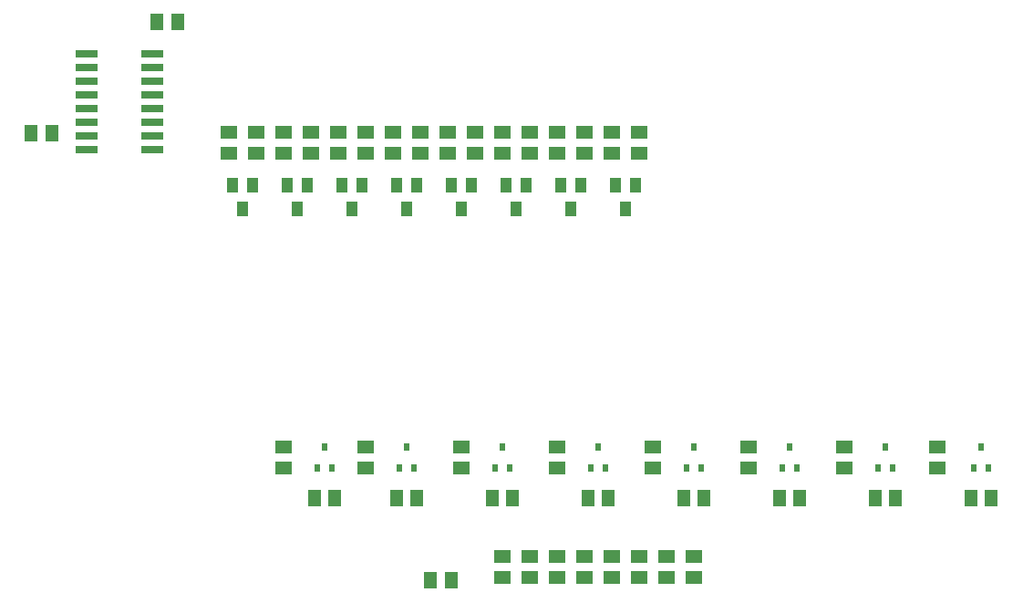
<source format=gbr>
G04 EAGLE Gerber RS-274X export*
G75*
%MOMM*%
%FSLAX34Y34*%
%LPD*%
%INSolderpaste Top*%
%IPPOS*%
%AMOC8*
5,1,8,0,0,1.08239X$1,22.5*%
G01*
%ADD10R,2.032000X0.660400*%
%ADD11R,1.000000X1.400000*%
%ADD12R,1.500000X1.300000*%
%ADD13R,0.540000X0.695000*%
%ADD14R,1.300000X1.500000*%


D10*
X83566Y565150D03*
X145034Y565150D03*
X83566Y552450D03*
X83566Y539750D03*
X145034Y552450D03*
X145034Y539750D03*
X83566Y527050D03*
X145034Y527050D03*
X83566Y514350D03*
X145034Y514350D03*
X83566Y501650D03*
X83566Y488950D03*
X145034Y501650D03*
X145034Y488950D03*
X83566Y476250D03*
X145034Y476250D03*
D11*
X288900Y442800D03*
X269900Y442800D03*
X279400Y420800D03*
D12*
X342900Y181000D03*
X342900Y200000D03*
X431800Y181000D03*
X431800Y200000D03*
X520700Y181000D03*
X520700Y200000D03*
X609600Y181000D03*
X609600Y200000D03*
X698500Y181000D03*
X698500Y200000D03*
X787400Y181000D03*
X787400Y200000D03*
X873760Y181000D03*
X873760Y200000D03*
X266700Y181000D03*
X266700Y200000D03*
D11*
X238100Y442800D03*
X219100Y442800D03*
X228600Y420800D03*
X339700Y442800D03*
X320700Y442800D03*
X330200Y420800D03*
X390500Y442800D03*
X371500Y442800D03*
X381000Y420800D03*
X441300Y442800D03*
X422300Y442800D03*
X431800Y420800D03*
X492100Y442800D03*
X473100Y442800D03*
X482600Y420800D03*
X542900Y442800D03*
X523900Y442800D03*
X533400Y420800D03*
X593700Y442800D03*
X574700Y442800D03*
X584200Y420800D03*
D12*
X241300Y492100D03*
X241300Y473100D03*
X292100Y492100D03*
X292100Y473100D03*
X342900Y492100D03*
X342900Y473100D03*
X393700Y492100D03*
X393700Y473100D03*
X444500Y492100D03*
X444500Y473100D03*
X495300Y492100D03*
X495300Y473100D03*
X546100Y492100D03*
X546100Y473100D03*
X596900Y492100D03*
X596900Y473100D03*
X215900Y492100D03*
X215900Y473100D03*
X266700Y492100D03*
X266700Y473100D03*
X317500Y492100D03*
X317500Y473100D03*
X368300Y492100D03*
X368300Y473100D03*
X419100Y492100D03*
X419100Y473100D03*
X469900Y492100D03*
X469900Y473100D03*
X520700Y492100D03*
X520700Y473100D03*
X571500Y492100D03*
X571500Y473100D03*
D13*
X374500Y180780D03*
X387500Y180780D03*
X381000Y200220D03*
X463400Y180780D03*
X476400Y180780D03*
X469900Y200220D03*
X552300Y180780D03*
X565300Y180780D03*
X558800Y200220D03*
X641200Y180780D03*
X654200Y180780D03*
X647700Y200220D03*
X730100Y180780D03*
X743100Y180780D03*
X736600Y200220D03*
X819000Y180780D03*
X832000Y180780D03*
X825500Y200220D03*
X907900Y180780D03*
X920900Y180780D03*
X914400Y200220D03*
X298300Y180780D03*
X311300Y180780D03*
X304800Y200220D03*
D14*
X371500Y152400D03*
X390500Y152400D03*
X460400Y152400D03*
X479400Y152400D03*
X549300Y152400D03*
X568300Y152400D03*
X638200Y152400D03*
X657200Y152400D03*
X727100Y152400D03*
X746100Y152400D03*
X816000Y152400D03*
X835000Y152400D03*
X904900Y152400D03*
X923900Y152400D03*
X295300Y152400D03*
X314300Y152400D03*
D12*
X495300Y98400D03*
X495300Y79400D03*
X520700Y98400D03*
X520700Y79400D03*
X546100Y98400D03*
X546100Y79400D03*
X571500Y98400D03*
X571500Y79400D03*
X596900Y98400D03*
X596900Y79400D03*
X622300Y98400D03*
X622300Y79400D03*
X647700Y98400D03*
X647700Y79400D03*
X469900Y98400D03*
X469900Y79400D03*
D14*
X149250Y594360D03*
X168250Y594360D03*
X422250Y76200D03*
X403250Y76200D03*
X32410Y491490D03*
X51410Y491490D03*
M02*

</source>
